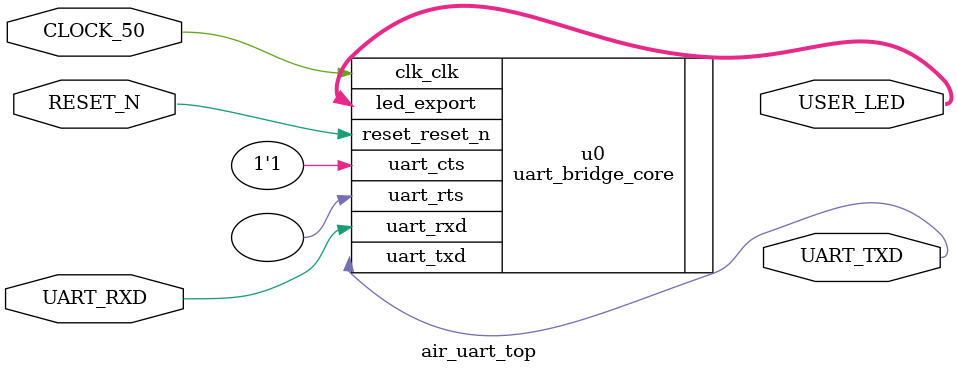
<source format=v>

`default_nettype none

module air_uart_top(
    input wire          CLOCK_50,
    input wire          RESET_N,

    input wire          UART_RXD,
    output wire         UART_TXD,

    output wire [1:0]   USER_LED
);

    uart_bridge_core u0 (
        .clk_clk       (CLOCK_50),
        .reset_reset_n (RESET_N),
        .uart_txd      (UART_TXD),
        .uart_rxd      (UART_RXD),
        .uart_cts      (1'b1),
        .uart_rts      (),
        .led_export    (USER_LED)
    );

endmodule

</source>
